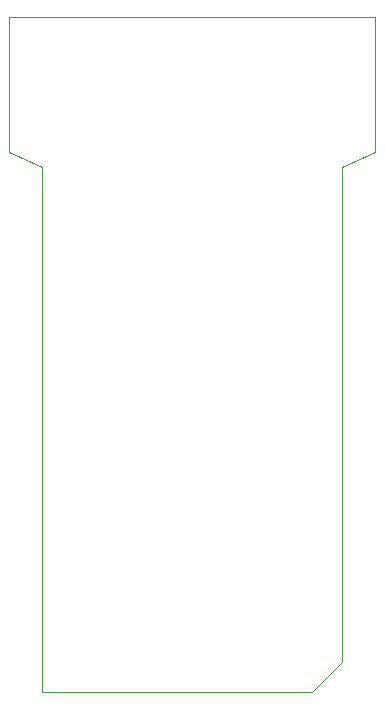
<source format=gbr>
G04 #@! TF.GenerationSoftware,KiCad,Pcbnew,(5.1.5)-3*
G04 #@! TF.CreationDate,2020-05-08T19:39:07+02:00*
G04 #@! TF.ProjectId,DRV8870 BDC Motor Driver,44525638-3837-4302-9042-4443204d6f74,rev?*
G04 #@! TF.SameCoordinates,Original*
G04 #@! TF.FileFunction,Profile,NP*
%FSLAX46Y46*%
G04 Gerber Fmt 4.6, Leading zero omitted, Abs format (unit mm)*
G04 Created by KiCad (PCBNEW (5.1.5)-3) date 2020-05-08 19:39:07*
%MOMM*%
%LPD*%
G04 APERTURE LIST*
%ADD10C,0.050000*%
G04 APERTURE END LIST*
D10*
X155194000Y-81280000D02*
X152400000Y-82550000D01*
X155194000Y-69850000D02*
X155194000Y-81280000D01*
X124206000Y-81280000D02*
X127000000Y-82550000D01*
X124206000Y-69850000D02*
X124206000Y-81280000D01*
X155194000Y-69850000D02*
X124206000Y-69850000D01*
X152400000Y-82550000D02*
X152400000Y-124460000D01*
X127000000Y-127000000D02*
X127000000Y-82550000D01*
X149860000Y-127000000D02*
X152400000Y-124460000D01*
X127000000Y-127000000D02*
X149860000Y-127000000D01*
M02*

</source>
